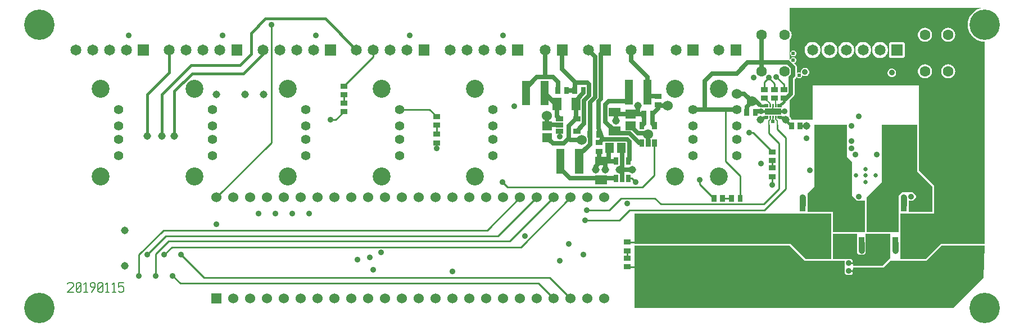
<source format=gbr>
G04 start of page 2 for group 0 idx 0 *
G04 Title: uart, top *
G04 Creator: pcb 20140316 *
G04 CreationDate: Wed 16 Jan 2019 07:50:34 AM GMT UTC *
G04 For: brian *
G04 Format: Gerber/RS-274X *
G04 PCB-Dimensions (mil): 9000.00 5000.00 *
G04 PCB-Coordinate-Origin: lower left *
%MOIN*%
%FSLAX25Y25*%
%LNTOP*%
%ADD52C,0.0380*%
%ADD51C,0.0906*%
%ADD50C,0.0354*%
%ADD49C,0.0118*%
%ADD48C,0.1285*%
%ADD47C,0.0433*%
%ADD46C,0.0400*%
%ADD45C,0.0118*%
%ADD44C,0.0200*%
%ADD43C,0.0240*%
%ADD42C,0.0450*%
%ADD41C,0.0360*%
%ADD40R,0.0098X0.0098*%
%ADD39R,0.0197X0.0197*%
%ADD38R,0.1890X0.1890*%
%ADD37R,0.0551X0.0551*%
%ADD36R,0.0221X0.0221*%
%ADD35R,0.0362X0.0362*%
%ADD34R,0.0528X0.0528*%
%ADD33R,0.0472X0.0472*%
%ADD32R,0.0280X0.0280*%
%ADD31R,0.0295X0.0295*%
%ADD30R,0.0512X0.0512*%
%ADD29R,0.0630X0.0630*%
%ADD28R,0.1594X0.1594*%
%ADD27R,0.0294X0.0294*%
%ADD26R,0.0200X0.0200*%
%ADD25R,0.0358X0.0358*%
%ADD24C,0.0600*%
%ADD23C,0.1063*%
%ADD22C,0.0551*%
%ADD21C,0.0256*%
%ADD20C,0.1800*%
%ADD19C,0.0630*%
%ADD18C,0.0650*%
%ADD17C,0.0057*%
%ADD16C,0.0150*%
%ADD15C,0.0060*%
%ADD14C,0.0250*%
%ADD13C,0.0100*%
%ADD12C,0.0350*%
%ADD11C,0.0001*%
G54D11*G36*
X640500Y320500D02*X661500D01*
Y293000D01*
X670500Y284000D01*
Y269000D01*
X656500D01*
Y275500D01*
X659000D01*
X661000Y277500D01*
Y278500D01*
X659000Y280500D01*
X652500D01*
X650500Y278500D01*
Y257000D01*
X631500D01*
Y277500D01*
X640500Y286500D01*
Y320500D01*
G37*
G36*
X620000D02*Y301500D01*
X623000Y298500D01*
Y278500D01*
X626000Y275500D01*
X630500D01*
Y257000D01*
X611500D01*
Y269000D01*
X596500D01*
Y280000D01*
X600500Y284000D01*
Y320500D01*
X620000D01*
G37*
G36*
X679883Y390000D02*X701108D01*
X699931Y389907D01*
X698400Y389540D01*
X696946Y388938D01*
X695604Y388115D01*
X694407Y387093D01*
X693385Y385896D01*
X692562Y384554D01*
X691960Y383100D01*
X691593Y381569D01*
X691469Y380000D01*
X691593Y378431D01*
X691960Y376900D01*
X692562Y375446D01*
X693385Y374104D01*
X694407Y372907D01*
X695604Y371885D01*
X696946Y371062D01*
X698400Y370460D01*
X699931Y370093D01*
X701500Y369969D01*
Y267000D01*
X679883D01*
Y348185D01*
X679890Y348184D01*
X680541Y348235D01*
X681176Y348388D01*
X681779Y348638D01*
X682336Y348979D01*
X682833Y349403D01*
X683257Y349900D01*
X683598Y350457D01*
X683848Y351060D01*
X684001Y351695D01*
X684039Y352346D01*
X684001Y352998D01*
X683848Y353633D01*
X683598Y354236D01*
X683257Y354793D01*
X682833Y355290D01*
X682336Y355714D01*
X681779Y356055D01*
X681176Y356305D01*
X680541Y356458D01*
X679890Y356509D01*
X679883Y356508D01*
Y369838D01*
X679890Y369838D01*
X680541Y369889D01*
X681176Y370041D01*
X681779Y370291D01*
X682336Y370633D01*
X682833Y371057D01*
X683257Y371553D01*
X683598Y372110D01*
X683848Y372714D01*
X684001Y373349D01*
X684039Y374000D01*
X684001Y374651D01*
X683848Y375286D01*
X683598Y375890D01*
X683257Y376447D01*
X682833Y376943D01*
X682336Y377367D01*
X681779Y377709D01*
X681176Y377959D01*
X680541Y378111D01*
X679890Y378162D01*
X679883Y378162D01*
Y390000D01*
G37*
G36*
X671500Y267000D02*Y284500D01*
X666104Y289896D01*
Y348185D01*
X666110Y348184D01*
X666761Y348235D01*
X667396Y348388D01*
X668000Y348638D01*
X668557Y348979D01*
X669054Y349403D01*
X669478Y349900D01*
X669819Y350457D01*
X670069Y351060D01*
X670221Y351695D01*
X670260Y352346D01*
X670221Y352998D01*
X670069Y353633D01*
X669819Y354236D01*
X669478Y354793D01*
X669054Y355290D01*
X668557Y355714D01*
X668000Y356055D01*
X667396Y356305D01*
X666761Y356458D01*
X666110Y356509D01*
X666104Y356508D01*
Y369838D01*
X666110Y369838D01*
X666761Y369889D01*
X667396Y370041D01*
X668000Y370291D01*
X668557Y370633D01*
X669054Y371057D01*
X669478Y371553D01*
X669819Y372110D01*
X670069Y372714D01*
X670221Y373349D01*
X670260Y374000D01*
X670221Y374651D01*
X670069Y375286D01*
X669819Y375890D01*
X669478Y376447D01*
X669054Y376943D01*
X668557Y377367D01*
X668000Y377709D01*
X667396Y377959D01*
X666761Y378111D01*
X666110Y378162D01*
X666104Y378162D01*
Y390000D01*
X679883D01*
Y378162D01*
X679239Y378111D01*
X678604Y377959D01*
X678000Y377709D01*
X677443Y377367D01*
X676946Y376943D01*
X676522Y376447D01*
X676181Y375890D01*
X675931Y375286D01*
X675779Y374651D01*
X675727Y374000D01*
X675779Y373349D01*
X675931Y372714D01*
X676181Y372110D01*
X676522Y371553D01*
X676946Y371057D01*
X677443Y370633D01*
X678000Y370291D01*
X678604Y370041D01*
X679239Y369889D01*
X679883Y369838D01*
Y356508D01*
X679239Y356458D01*
X678604Y356305D01*
X678000Y356055D01*
X677443Y355714D01*
X676946Y355290D01*
X676522Y354793D01*
X676181Y354236D01*
X675931Y353633D01*
X675779Y352998D01*
X675727Y352346D01*
X675779Y351695D01*
X675931Y351060D01*
X676181Y350457D01*
X676522Y349900D01*
X676946Y349403D01*
X677443Y348979D01*
X678000Y348638D01*
X678604Y348388D01*
X679239Y348235D01*
X679883Y348185D01*
Y267000D01*
X671500D01*
G37*
G36*
X666104Y289896D02*X662500Y293500D01*
Y344000D01*
X646496D01*
Y348993D01*
X646500Y348992D01*
X646892Y349023D01*
X647275Y349115D01*
X647638Y349266D01*
X647974Y349471D01*
X648273Y349727D01*
X648529Y350026D01*
X648734Y350362D01*
X648885Y350725D01*
X648977Y351108D01*
X649000Y351500D01*
X648977Y351892D01*
X648885Y352275D01*
X648734Y352638D01*
X648529Y352974D01*
X648273Y353273D01*
X647974Y353529D01*
X647638Y353734D01*
X647275Y353885D01*
X646892Y353977D01*
X646500Y354008D01*
X646496Y354007D01*
Y360251D01*
X652985Y360264D01*
X653215Y360319D01*
X653433Y360409D01*
X653634Y360533D01*
X653814Y360686D01*
X653967Y360866D01*
X654091Y361067D01*
X654181Y361285D01*
X654236Y361515D01*
X654250Y361750D01*
X654236Y368485D01*
X654181Y368715D01*
X654091Y368933D01*
X653967Y369134D01*
X653814Y369314D01*
X653634Y369467D01*
X653433Y369591D01*
X653215Y369681D01*
X652985Y369736D01*
X652750Y369750D01*
X646496Y369737D01*
Y390000D01*
X666104D01*
Y378162D01*
X665459Y378111D01*
X664824Y377959D01*
X664221Y377709D01*
X663664Y377367D01*
X663167Y376943D01*
X662743Y376447D01*
X662402Y375890D01*
X662152Y375286D01*
X661999Y374651D01*
X661948Y374000D01*
X661999Y373349D01*
X662152Y372714D01*
X662402Y372110D01*
X662743Y371553D01*
X663167Y371057D01*
X663664Y370633D01*
X664221Y370291D01*
X664824Y370041D01*
X665459Y369889D01*
X666104Y369838D01*
Y356508D01*
X665459Y356458D01*
X664824Y356305D01*
X664221Y356055D01*
X663664Y355714D01*
X663167Y355290D01*
X662743Y354793D01*
X662402Y354236D01*
X662152Y353633D01*
X661999Y352998D01*
X661948Y352346D01*
X661999Y351695D01*
X662152Y351060D01*
X662402Y350457D01*
X662743Y349900D01*
X663167Y349403D01*
X663664Y348979D01*
X664221Y348638D01*
X664824Y348388D01*
X665459Y348235D01*
X666104Y348185D01*
Y289896D01*
G37*
G36*
X646496Y344000D02*X639493D01*
Y360236D01*
X639500Y360235D01*
X640245Y360294D01*
X640972Y360469D01*
X641663Y360755D01*
X642301Y361145D01*
X642869Y361631D01*
X643355Y362199D01*
X643745Y362837D01*
X644031Y363528D01*
X644206Y364255D01*
X644250Y365000D01*
X644206Y365745D01*
X644031Y366472D01*
X643745Y367163D01*
X643355Y367801D01*
X642869Y368369D01*
X642301Y368855D01*
X641663Y369245D01*
X640972Y369531D01*
X640245Y369706D01*
X639500Y369765D01*
X639493Y369764D01*
Y390000D01*
X646496D01*
Y369737D01*
X646015Y369736D01*
X645785Y369681D01*
X645567Y369591D01*
X645366Y369467D01*
X645186Y369314D01*
X645033Y369134D01*
X644909Y368933D01*
X644819Y368715D01*
X644764Y368485D01*
X644750Y368250D01*
X644764Y361515D01*
X644819Y361285D01*
X644909Y361067D01*
X645033Y360866D01*
X645186Y360686D01*
X645366Y360533D01*
X645567Y360409D01*
X645785Y360319D01*
X646015Y360264D01*
X646250Y360250D01*
X646496Y360251D01*
Y354007D01*
X646108Y353977D01*
X645725Y353885D01*
X645362Y353734D01*
X645026Y353529D01*
X644727Y353273D01*
X644471Y352974D01*
X644266Y352638D01*
X644115Y352275D01*
X644023Y351892D01*
X643992Y351500D01*
X644023Y351108D01*
X644115Y350725D01*
X644266Y350362D01*
X644471Y350026D01*
X644727Y349727D01*
X645026Y349471D01*
X645362Y349266D01*
X645725Y349115D01*
X646108Y349023D01*
X646496Y348993D01*
Y344000D01*
G37*
G36*
X639493D02*X629493D01*
Y360236D01*
X629500Y360235D01*
X630245Y360294D01*
X630972Y360469D01*
X631663Y360755D01*
X632301Y361145D01*
X632869Y361631D01*
X633355Y362199D01*
X633745Y362837D01*
X634031Y363528D01*
X634206Y364255D01*
X634250Y365000D01*
X634206Y365745D01*
X634031Y366472D01*
X633745Y367163D01*
X633355Y367801D01*
X632869Y368369D01*
X632301Y368855D01*
X631663Y369245D01*
X630972Y369531D01*
X630245Y369706D01*
X629500Y369765D01*
X629493Y369764D01*
Y390000D01*
X639493D01*
Y369764D01*
X638755Y369706D01*
X638028Y369531D01*
X637337Y369245D01*
X636699Y368855D01*
X636131Y368369D01*
X635645Y367801D01*
X635255Y367163D01*
X634969Y366472D01*
X634794Y365745D01*
X634735Y365000D01*
X634794Y364255D01*
X634969Y363528D01*
X635255Y362837D01*
X635645Y362199D01*
X636131Y361631D01*
X636699Y361145D01*
X637337Y360755D01*
X638028Y360469D01*
X638755Y360294D01*
X639493Y360236D01*
Y344000D01*
G37*
G36*
X629493D02*X619493D01*
Y360236D01*
X619500Y360235D01*
X620245Y360294D01*
X620972Y360469D01*
X621663Y360755D01*
X622301Y361145D01*
X622869Y361631D01*
X623355Y362199D01*
X623745Y362837D01*
X624031Y363528D01*
X624206Y364255D01*
X624250Y365000D01*
X624206Y365745D01*
X624031Y366472D01*
X623745Y367163D01*
X623355Y367801D01*
X622869Y368369D01*
X622301Y368855D01*
X621663Y369245D01*
X620972Y369531D01*
X620245Y369706D01*
X619500Y369765D01*
X619493Y369764D01*
Y390000D01*
X629493D01*
Y369764D01*
X628755Y369706D01*
X628028Y369531D01*
X627337Y369245D01*
X626699Y368855D01*
X626131Y368369D01*
X625645Y367801D01*
X625255Y367163D01*
X624969Y366472D01*
X624794Y365745D01*
X624735Y365000D01*
X624794Y364255D01*
X624969Y363528D01*
X625255Y362837D01*
X625645Y362199D01*
X626131Y361631D01*
X626699Y361145D01*
X627337Y360755D01*
X628028Y360469D01*
X628755Y360294D01*
X629493Y360236D01*
Y344000D01*
G37*
G36*
X619493D02*X609493D01*
Y360236D01*
X609500Y360235D01*
X610245Y360294D01*
X610972Y360469D01*
X611663Y360755D01*
X612301Y361145D01*
X612869Y361631D01*
X613355Y362199D01*
X613745Y362837D01*
X614031Y363528D01*
X614206Y364255D01*
X614250Y365000D01*
X614206Y365745D01*
X614031Y366472D01*
X613745Y367163D01*
X613355Y367801D01*
X612869Y368369D01*
X612301Y368855D01*
X611663Y369245D01*
X610972Y369531D01*
X610245Y369706D01*
X609500Y369765D01*
X609493Y369764D01*
Y390000D01*
X619493D01*
Y369764D01*
X618755Y369706D01*
X618028Y369531D01*
X617337Y369245D01*
X616699Y368855D01*
X616131Y368369D01*
X615645Y367801D01*
X615255Y367163D01*
X614969Y366472D01*
X614794Y365745D01*
X614735Y365000D01*
X614794Y364255D01*
X614969Y363528D01*
X615255Y362837D01*
X615645Y362199D01*
X616131Y361631D01*
X616699Y361145D01*
X617337Y360755D01*
X618028Y360469D01*
X618755Y360294D01*
X619493Y360236D01*
Y344000D01*
G37*
G36*
X609493D02*X599500D01*
Y323500D01*
X599493D01*
Y360236D01*
X599500Y360235D01*
X600245Y360294D01*
X600972Y360469D01*
X601663Y360755D01*
X602301Y361145D01*
X602869Y361631D01*
X603355Y362199D01*
X603745Y362837D01*
X604031Y363528D01*
X604206Y364255D01*
X604250Y365000D01*
X604206Y365745D01*
X604031Y366472D01*
X603745Y367163D01*
X603355Y367801D01*
X602869Y368369D01*
X602301Y368855D01*
X601663Y369245D01*
X600972Y369531D01*
X600245Y369706D01*
X599500Y369765D01*
X599493Y369764D01*
Y390000D01*
X609493D01*
Y369764D01*
X608755Y369706D01*
X608028Y369531D01*
X607337Y369245D01*
X606699Y368855D01*
X606131Y368369D01*
X605645Y367801D01*
X605255Y367163D01*
X604969Y366472D01*
X604794Y365745D01*
X604735Y365000D01*
X604794Y364255D01*
X604969Y363528D01*
X605255Y362837D01*
X605645Y362199D01*
X606131Y361631D01*
X606699Y361145D01*
X607337Y360755D01*
X608028Y360469D01*
X608755Y360294D01*
X609493Y360236D01*
Y344000D01*
G37*
G36*
X599493Y323500D02*X587997D01*
Y337315D01*
X588029Y337347D01*
X588096Y337404D01*
X588326Y337673D01*
X588326Y337673D01*
X588511Y337975D01*
X588646Y338303D01*
X588729Y338647D01*
X588757Y339000D01*
X588750Y339088D01*
Y347568D01*
X589529Y348347D01*
X589596Y348404D01*
X589826Y348673D01*
X589826Y348673D01*
X590011Y348975D01*
X590013Y348980D01*
X590038Y348938D01*
X590223Y348723D01*
X590438Y348538D01*
X590680Y348390D01*
X590942Y348282D01*
X591217Y348216D01*
X591500Y348193D01*
X591783Y348216D01*
X592058Y348282D01*
X592320Y348390D01*
X592562Y348538D01*
X592777Y348723D01*
X592962Y348938D01*
X593110Y349180D01*
X593218Y349442D01*
X593284Y349717D01*
X593301Y350000D01*
X593291Y350172D01*
X593526Y349971D01*
X593862Y349766D01*
X594225Y349615D01*
X594608Y349523D01*
X595000Y349492D01*
X595392Y349523D01*
X595775Y349615D01*
X596138Y349766D01*
X596474Y349971D01*
X596773Y350227D01*
X597029Y350526D01*
X597234Y350862D01*
X597385Y351225D01*
X597477Y351608D01*
X597500Y352000D01*
X597477Y352392D01*
X597385Y352775D01*
X597234Y353138D01*
X597029Y353474D01*
X596773Y353773D01*
X596474Y354029D01*
X596138Y354234D01*
X595775Y354385D01*
X595392Y354477D01*
X595000Y354508D01*
X594608Y354477D01*
X594225Y354385D01*
X593862Y354234D01*
X593526Y354029D01*
X593227Y353773D01*
X592971Y353474D01*
X592766Y353138D01*
X592615Y352775D01*
X592523Y352392D01*
X592492Y352000D01*
X592523Y351608D01*
X592558Y351464D01*
X592320Y351610D01*
X592058Y351718D01*
X591783Y351784D01*
X591500Y351807D01*
X591217Y351784D01*
X590942Y351718D01*
X590680Y351610D01*
X590438Y351462D01*
X590250Y351301D01*
Y354412D01*
X590257Y354500D01*
X590229Y354853D01*
X590146Y355197D01*
X590107Y355293D01*
X590011Y355525D01*
X589896Y355712D01*
X589826Y355827D01*
X589826Y355827D01*
X589596Y356096D01*
X589529Y356153D01*
X588431Y357251D01*
X588558Y357282D01*
X588820Y357390D01*
X589062Y357538D01*
X589277Y357723D01*
X589462Y357938D01*
X589610Y358180D01*
X589718Y358442D01*
X589784Y358717D01*
X589801Y359000D01*
X589784Y359283D01*
X589718Y359558D01*
X589610Y359820D01*
X589462Y360062D01*
X589277Y360277D01*
X589062Y360462D01*
X588820Y360610D01*
X588558Y360718D01*
X588283Y360784D01*
X588000Y360807D01*
X587997Y360806D01*
Y361194D01*
X588000Y361193D01*
X588283Y361216D01*
X588558Y361282D01*
X588820Y361390D01*
X589062Y361538D01*
X589277Y361723D01*
X589462Y361938D01*
X589610Y362180D01*
X589718Y362442D01*
X589784Y362717D01*
X589801Y363000D01*
X589784Y363283D01*
X589718Y363558D01*
X589610Y363820D01*
X589462Y364062D01*
X589277Y364277D01*
X589062Y364462D01*
X588820Y364610D01*
X588558Y364718D01*
X588283Y364784D01*
X588000Y364807D01*
X587997Y364806D01*
Y390000D01*
X599493D01*
Y369764D01*
X598755Y369706D01*
X598028Y369531D01*
X597337Y369245D01*
X596699Y368855D01*
X596131Y368369D01*
X595645Y367801D01*
X595255Y367163D01*
X594969Y366472D01*
X594794Y365745D01*
X594735Y365000D01*
X594794Y364255D01*
X594969Y363528D01*
X595255Y362837D01*
X595645Y362199D01*
X596131Y361631D01*
X596699Y361145D01*
X597337Y360755D01*
X598028Y360469D01*
X598755Y360294D01*
X599493Y360236D01*
Y323500D01*
G37*
G36*
X587997Y360806D02*X587717Y360784D01*
X587442Y360718D01*
X587180Y360610D01*
X586938Y360462D01*
X586723Y360277D01*
X586538Y360062D01*
X586390Y359820D01*
X586282Y359558D01*
X586239Y359380D01*
X586025Y359511D01*
X586000Y359521D01*
Y371252D01*
X586257Y371553D01*
X586598Y372110D01*
X586848Y372714D01*
X587001Y373349D01*
X587039Y374000D01*
X587001Y374651D01*
X586848Y375286D01*
X586598Y375890D01*
X586257Y376447D01*
X586000Y376748D01*
Y390000D01*
X587997D01*
Y364806D01*
X587717Y364784D01*
X587442Y364718D01*
X587180Y364610D01*
X586938Y364462D01*
X586723Y364277D01*
X586538Y364062D01*
X586390Y363820D01*
X586282Y363558D01*
X586216Y363283D01*
X586193Y363000D01*
X586216Y362717D01*
X586282Y362442D01*
X586390Y362180D01*
X586538Y361938D01*
X586723Y361723D01*
X586938Y361538D01*
X587180Y361390D01*
X587442Y361282D01*
X587717Y361216D01*
X587997Y361194D01*
Y360806D01*
G37*
G36*
Y323500D02*X586750D01*
X586720Y324010D01*
X586600Y324507D01*
X586405Y324980D01*
X586137Y325416D01*
X586000Y325577D01*
Y335318D01*
X587997Y337315D01*
Y323500D01*
G37*
G36*
X651500Y268000D02*X701500D01*
Y250000D01*
X675500D01*
X666500Y241000D01*
X651500D01*
Y268000D01*
G37*
G36*
X610500D02*Y241000D01*
X595500D01*
X586500Y250000D01*
X494000D01*
Y268000D01*
X610500D01*
G37*
G36*
X701500Y249000D02*X701000Y230000D01*
X683000Y212000D01*
X494000D01*
Y249000D01*
X586000D01*
X595000Y240000D01*
X618500D01*
Y232500D01*
X619500Y231500D01*
X622500D01*
X623500Y232500D01*
Y236000D01*
X641500D01*
X645500Y240000D01*
X667000D01*
X676000Y249000D01*
X701500D01*
G37*
G36*
X611500Y256000D02*X626000D01*
Y244500D01*
X627000Y243500D01*
X630000D01*
X631000Y244500D01*
Y256000D01*
X645500D01*
Y241500D01*
X641000Y237000D01*
X623500D01*
Y240000D01*
X622500Y241000D01*
X611500D01*
Y256000D01*
G37*
G54D12*X593500Y277500D02*Y272854D01*
G54D13*X621000Y234000D02*X629366D01*
X631000Y232366D01*
X621000Y238500D02*X628866D01*
X631000Y240634D01*
G54D12*X628500Y250646D02*Y246000D01*
X653500Y277500D02*Y272854D01*
X648500Y250646D02*Y246000D01*
G54D13*X663957Y245500D02*X662500Y244043D01*
X406500Y258000D02*X214500D01*
X217500Y251500D02*X420000D01*
X413000Y254500D02*X216000D01*
X426500Y248000D02*X219500D01*
X214500Y258000D02*X200000Y243500D01*
X210000Y244000D02*X217500Y251500D01*
X205000Y243500D02*X216000Y254500D01*
X219500Y248000D02*X215000Y243500D01*
X200000D02*Y231000D01*
X210000D02*Y244000D01*
X443500Y230000D02*X238500D01*
X437000Y226500D02*X224500D01*
X220000Y231000D01*
X238500Y230000D02*X225000Y243500D01*
X436000Y277500D02*X413000Y254500D01*
X571000Y270000D02*X491000D01*
X506000Y277000D02*X509500Y273500D01*
X570500D01*
X546059Y277000D02*X551441D01*
X491000Y270000D02*X485000Y264000D01*
X464500D01*
X486000Y277000D02*X479000Y270000D01*
X465500D01*
X486000Y277000D02*X506000D01*
X489500Y236441D02*X506441D01*
X507500Y237500D01*
X489500Y251059D02*X496059D01*
X489500Y241559D02*Y245941D01*
X496059Y251059D02*X498000Y253000D01*
Y257000D01*
G54D14*X450000Y294500D02*X455500Y289000D01*
X450000Y299000D02*Y294500D01*
X461012Y302512D02*Y299000D01*
X456000Y311500D02*X455000Y312500D01*
X456000Y311500D02*X462500D01*
X445457Y309500D02*X452000D01*
X455000Y312500D02*X452000Y309500D01*
X461012Y302512D02*X467500Y309000D01*
G54D13*X449400Y313600D02*X449500Y313500D01*
X449400Y316800D02*Y313600D01*
G54D14*X455000Y320000D02*Y312500D01*
G54D13*X446000Y217500D02*X437000Y226500D01*
X456000Y217500D02*X443500Y230000D01*
X456000Y277500D02*X426500Y248000D01*
X446000Y277500D02*X420000Y251500D01*
X426000Y277500D02*X406500Y258000D01*
X418500Y283500D02*X415500Y286500D01*
G54D14*X455500Y289000D02*X482500D01*
X476500Y299100D02*Y294000D01*
X471000Y296100D02*Y294000D01*
Y296100D02*X474000Y299100D01*
X473000Y304941D02*Y299100D01*
G54D13*X498500Y283500D02*X418500D01*
G54D14*X490200Y299100D02*X491000Y299900D01*
X485000Y294000D02*X492500D01*
X486500Y306543D02*X486043Y307000D01*
X486500Y306543D02*Y288900D01*
X478500Y306543D02*Y299000D01*
X478957Y307000D02*X478500Y306543D01*
X474030Y299100D02*X482800D01*
G54D13*X490200Y288900D02*X492100D01*
X494500Y286500D01*
X505700Y290700D02*X498500Y283500D01*
X505700Y309900D02*Y290700D01*
G54D14*X491000Y310500D02*Y299900D01*
X474941Y312000D02*X489500D01*
X474941D02*X473000Y310059D01*
X491000Y310500D02*X489500Y312000D01*
X495957Y315500D02*X491500Y319957D01*
X483370Y315500D02*X491000D01*
X496500Y310000D01*
X483087Y327043D02*X499398D01*
X478500Y334500D02*X491000D01*
X496000Y332000D02*Y327086D01*
X496043Y327043D01*
X476500Y322370D02*Y332500D01*
X478500Y334500D01*
X474000Y336000D02*Y362500D01*
X476500Y365000D01*
X470500Y337000D02*Y361000D01*
X466500Y365000D01*
X482000Y328130D02*X483087Y327043D01*
X483370Y315500D02*X476500Y322370D01*
X483000Y323000D02*Y327000D01*
X483065Y327065D01*
X492000Y365000D02*Y358500D01*
X501512Y348988D01*
Y340000D01*
X502000Y313500D02*X500000Y315500D01*
X495957D01*
X496500Y310000D02*X498000D01*
X499441Y327000D02*Y321241D01*
X504559Y327000D02*Y321241D01*
X505700Y320100D01*
X499441Y321241D02*X498300Y320100D01*
X504559Y327000D02*X508000Y330441D01*
Y332000D01*
Y337559D02*X507941Y337500D01*
X502000D01*
X508000Y332000D02*X513500D01*
X502000Y315500D02*Y309900D01*
G54D15*X576000Y325154D02*Y322500D01*
X574425Y325154D02*Y323925D01*
G54D16*X572063Y325154D02*X570154D01*
X568500Y323500D01*
G54D15*X574425Y323925D02*X573500Y323000D01*
Y320500D01*
G54D13*X562000Y316000D02*X564059D01*
G54D15*X577575Y325154D02*Y323925D01*
G54D16*X579937Y325154D02*X581846D01*
X583000Y328500D02*X569000D01*
G54D15*X577575Y323925D02*X578500Y323000D01*
Y320500D01*
G54D16*X596000Y320000D02*X592059D01*
X586941D02*Y320059D01*
X581846Y325154D02*X586941Y320059D01*
G54D13*X578500Y320500D02*Y318000D01*
X573500Y320500D02*Y315500D01*
X578500Y318000D02*X583500Y313000D01*
G54D16*X579937Y331846D02*X582500Y334409D01*
Y336000D01*
G54D14*X583500D01*
X586500Y339000D01*
Y348500D01*
G54D13*X582500Y341559D02*Y344500D01*
G54D14*X586500Y348500D02*X588000Y350000D01*
Y354500D01*
X585000Y357500D01*
X561000D01*
X569110Y352346D02*Y374000D01*
G54D13*X571000Y346000D02*X573500Y348500D01*
G54D14*X554500Y351000D02*X561000Y357500D01*
X554500Y351000D02*X540000D01*
X535500Y346500D01*
G54D13*X575500Y295059D02*Y299441D01*
X556559Y290441D02*X548000Y299000D01*
X575500Y285000D02*Y289941D01*
X583500Y282500D02*X571000Y270000D01*
X579500Y282500D02*X570500Y273500D01*
X540941Y277000D02*X532500Y285441D01*
Y288000D01*
X556559Y277000D02*Y290441D01*
X564059Y316000D02*X575500Y304559D01*
X548000Y299000D02*Y329780D01*
X573500Y315500D02*X579500Y309500D01*
Y282500D01*
X583500Y313000D02*Y282500D01*
G54D14*X528500Y329780D02*X554500D01*
X569000Y328500D02*X566059D01*
X565559Y328000D01*
G54D16*X568654Y331846D02*X568000Y332500D01*
X572063Y331846D02*X568654D01*
G54D14*X560441Y328000D02*Y331441D01*
X563500Y334500D01*
X568000Y332500D02*X566000Y334500D01*
X563500D01*
X559000Y339000D02*X563500Y334500D01*
X535500Y346500D02*Y329780D01*
X554500Y339000D02*X559000D01*
G54D15*X577575Y331846D02*Y335866D01*
X577000Y336441D01*
G54D13*Y341559D02*Y345000D01*
G54D15*X576000Y331846D02*Y328500D01*
G54D13*X577000Y345000D02*X573500Y348500D01*
X582500Y344500D02*X578000Y349000D01*
G54D15*X574425Y331846D02*Y333016D01*
X571000Y336441D01*
G54D13*Y341559D02*Y346000D01*
G54D14*X459200Y324200D02*X455000Y320000D01*
X459600Y316800D02*X464000Y321200D01*
X474500Y312000D02*Y313059D01*
X472559Y318500D01*
G54D13*X376500Y320441D02*Y315059D01*
X372280Y329780D02*X376500Y325559D01*
Y309941D02*Y306500D01*
X354500Y329780D02*X372280D01*
X321500Y328441D02*X316559Y323500D01*
X313500D01*
G54D14*X442000Y326000D02*Y320043D01*
X445457Y309500D02*X442000Y312957D01*
Y320043D02*X442457Y320500D01*
X449500D01*
X449400Y324200D02*X447870Y325730D01*
Y333000D01*
X447012D01*
X440512Y339500D01*
X429488D02*Y342488D01*
X436000Y349000D01*
X445500D01*
X448500Y346000D01*
Y341000D01*
X453559D02*X458441D01*
X466000Y345500D02*X459500D01*
X458500Y344500D01*
Y341500D01*
X467000Y344500D02*X466000Y345500D01*
X467000Y338000D02*Y344500D01*
X463559Y341000D02*Y339559D01*
X459130Y335130D01*
X451000Y365000D02*Y353500D01*
X459000Y345500D01*
X441000Y365000D02*Y349000D01*
X464000Y321200D02*Y335000D01*
X467000Y338000D01*
X467500Y309000D02*Y334000D01*
X470500Y337000D01*
X472559Y334559D02*X474000Y336000D01*
X472559Y318500D02*Y334559D01*
X459130Y324130D02*Y335130D01*
G54D13*X339000Y365000D02*Y361059D01*
X321500Y343559D01*
Y333559D02*Y338441D01*
G54D16*X275000Y383500D02*X310500D01*
X329000Y365000D02*X310500Y383500D01*
X218000Y365000D02*Y351500D01*
X205000Y338500D01*
X260000Y356000D02*X231000D01*
X213500Y338500D01*
X231500Y351000D02*X221000Y340500D01*
X231500Y351000D02*X262000D01*
X221000Y340500D02*Y314000D01*
X213500Y338500D02*Y314000D01*
X205000Y338500D02*Y314000D01*
X260000Y356000D02*X266500Y362500D01*
X262000Y351000D02*X273500Y362500D01*
Y365000D01*
X266500Y362500D02*Y375000D01*
X275000Y383500D01*
G54D13*X278500Y310000D02*Y380000D01*
X246000Y277500D02*X278500Y310000D01*
G54D17*X157500Y226370D02*X158210Y227080D01*
X160340D01*
X161050Y226370D01*
Y224950D01*
X157500Y221400D02*X161050Y224950D01*
X157500Y221400D02*X161050D01*
X162754Y222110D02*X163464Y221400D01*
X162754Y226370D02*Y222110D01*
Y226370D02*X163464Y227080D01*
X164884D01*
X165594Y226370D01*
Y222110D01*
X164884Y221400D02*X165594Y222110D01*
X163464Y221400D02*X164884D01*
X162754Y222820D02*X165594Y225660D01*
X167298Y225944D02*X168434Y227080D01*
Y221400D01*
X167298D02*X169428D01*
X171842D02*X173972Y224240D01*
Y226370D02*Y224240D01*
X173262Y227080D02*X173972Y226370D01*
X171842Y227080D02*X173262D01*
X171132Y226370D02*X171842Y227080D01*
X171132Y226370D02*Y224950D01*
X171842Y224240D01*
X173972D01*
X175676Y222110D02*X176386Y221400D01*
X175676Y226370D02*Y222110D01*
Y226370D02*X176386Y227080D01*
X177806D01*
X178516Y226370D01*
Y222110D01*
X177806Y221400D02*X178516Y222110D01*
X176386Y221400D02*X177806D01*
X175676Y222820D02*X178516Y225660D01*
X180220Y225944D02*X181356Y227080D01*
Y221400D01*
X180220D02*X182350D01*
X184054Y225944D02*X185190Y227080D01*
Y221400D01*
X184054D02*X186184D01*
X187888Y227080D02*X190728D01*
X187888D02*Y224240D01*
X188598Y224950D01*
X190018D01*
X190728Y224240D01*
Y222110D01*
X190018Y221400D02*X190728Y222110D01*
X188598Y221400D02*X190018D01*
X187888Y222110D02*X188598Y221400D01*
G54D11*G36*
X646250Y368250D02*Y361750D01*
X652750D01*
Y368250D01*
X646250D01*
G37*
G54D18*X639500Y365000D03*
G54D19*X666110Y374000D03*
X679890D03*
X666110Y352346D03*
X679890D03*
G54D18*X629500Y365000D03*
X619500D03*
G54D20*X701500Y380000D03*
G54D21*X631000Y290500D03*
Y286760D03*
Y294240D03*
X636709Y290500D03*
X625291D03*
G54D20*X701500Y212000D03*
G54D18*X609500Y365000D03*
G54D11*G36*
X525250Y368250D02*Y361750D01*
X531750D01*
Y368250D01*
X525250D01*
G37*
G54D18*X518500Y365000D03*
G54D11*G36*
X550750Y368250D02*Y361750D01*
X557250D01*
Y368250D01*
X550750D01*
G37*
G54D18*X544000Y365000D03*
X599500D03*
G54D19*X569110Y374000D03*
X582890D03*
Y352346D03*
X569110D03*
G54D22*X554500Y329780D03*
Y312063D03*
X528500D03*
X554500Y302220D03*
G54D23*X543831Y290134D03*
G54D22*X528500Y302220D03*
G54D23*X517831Y290134D03*
G54D22*X554500Y319937D03*
G54D23*X543831Y341866D03*
G54D22*X528500Y329780D03*
Y319937D03*
G54D23*X517831Y341866D03*
G54D11*G36*
X243000Y220500D02*Y214500D01*
X249000D01*
Y220500D01*
X243000D01*
G37*
G54D24*X256000Y217500D03*
X266000D03*
X276000D03*
X286000D03*
X296000D03*
X306000D03*
X316000D03*
X326000D03*
X336000D03*
X346000D03*
X356000D03*
X366000D03*
X376000D03*
X386000D03*
X396000D03*
X406000D03*
X416000D03*
X406000Y277500D03*
X396000D03*
X386000D03*
X376000D03*
X366000D03*
X356000D03*
X346000D03*
X336000D03*
X326000D03*
X316000D03*
X306000D03*
X296000D03*
X286000D03*
X276000D03*
X266000D03*
X256000D03*
X246000D03*
X426000Y217500D03*
X436000D03*
X446000D03*
X456000D03*
X466000D03*
X476000D03*
Y277500D03*
X466000D03*
X456000D03*
X446000D03*
X436000D03*
X426000D03*
X416000D03*
G54D22*X410000Y329780D03*
G54D23*X399331Y341866D03*
G54D22*X410000Y319937D03*
Y312063D03*
Y302220D03*
G54D23*X399331Y290134D03*
G54D11*G36*
X447750Y368250D02*Y361750D01*
X454250D01*
Y368250D01*
X447750D01*
G37*
G54D18*X441000Y365000D03*
G54D11*G36*
X421250Y368250D02*Y361750D01*
X427750D01*
Y368250D01*
X421250D01*
G37*
G54D18*X414500Y365000D03*
G54D11*G36*
X473250Y368250D02*Y361750D01*
X479750D01*
Y368250D01*
X473250D01*
G37*
G54D18*X466500Y365000D03*
G54D11*G36*
X498750Y368250D02*Y361750D01*
X505250D01*
Y368250D01*
X498750D01*
G37*
G54D18*X492000Y365000D03*
X404500D03*
X394500D03*
X384500D03*
G54D11*G36*
X365750Y368250D02*Y361750D01*
X372250D01*
Y368250D01*
X365750D01*
G37*
G54D18*X359000Y365000D03*
X349000D03*
X339000D03*
X329000D03*
G54D22*X354500Y329780D03*
G54D23*X343831Y341866D03*
G54D11*G36*
X310250Y368250D02*Y361750D01*
X316750D01*
Y368250D01*
X310250D01*
G37*
G54D18*X303500Y365000D03*
X293500D03*
X283500D03*
X273500D03*
G54D11*G36*
X254750Y368250D02*Y361750D01*
X261250D01*
Y368250D01*
X254750D01*
G37*
G54D18*X248000Y365000D03*
X238000D03*
X228000D03*
X218000D03*
G54D11*G36*
X199250Y368250D02*Y361750D01*
X205750D01*
Y368250D01*
X199250D01*
G37*
G54D18*X192500Y365000D03*
X182500D03*
X172500D03*
X162500D03*
G54D20*X141000Y380000D03*
G54D22*X354500Y319937D03*
X299000D03*
Y312063D03*
Y302220D03*
G54D23*X288331Y290134D03*
G54D22*X354500Y312063D03*
Y302220D03*
G54D23*X343831Y290134D03*
G54D22*X299000Y329780D03*
G54D23*X288331Y341866D03*
G54D22*X243500Y329780D03*
Y319937D03*
Y312063D03*
Y302220D03*
X188000D03*
G54D23*X232831Y341866D03*
G54D22*X188000Y329780D03*
Y319937D03*
Y312063D03*
G54D23*X177331Y341866D03*
X232831Y290134D03*
X177331D03*
G54D20*X141000Y212000D03*
G54D25*X593500Y264476D02*Y249791D01*
G54D26*Y251051D02*Y250035D01*
G54D25*X598500Y264476D02*Y249791D01*
G54D26*Y251051D02*Y250035D01*
G54D27*X594823Y256803D02*Y254646D01*
Y263276D02*Y261118D01*
G54D25*X603500Y264476D02*Y249791D01*
G54D26*Y251051D02*Y250035D01*
G54D25*X608500Y264476D02*Y249791D01*
G54D26*Y251051D02*Y250035D01*
G54D28*X599681Y258295D02*X602319D01*
G54D27*X598941Y256803D02*Y254646D01*
Y263276D02*Y261118D01*
X603059Y256803D02*Y254646D01*
G54D25*X628500Y273709D02*Y259024D01*
G54D26*Y273465D02*Y272449D01*
G54D25*X623500Y273709D02*Y259024D01*
G54D26*Y273465D02*Y272449D01*
G54D25*X618500Y273709D02*Y259024D01*
G54D26*Y273465D02*Y272449D01*
G54D25*X613500Y273709D02*Y259024D01*
G54D27*X614823Y268854D02*Y266697D01*
Y262382D02*Y260224D01*
X627177Y268854D02*Y266697D01*
Y262382D02*Y260224D01*
G54D28*X619681Y265205D02*X622319D01*
G54D27*X623059Y268854D02*Y266697D01*
Y262382D02*Y260224D01*
X618941Y268854D02*Y266697D01*
Y262382D02*Y260224D01*
G54D26*X613500Y273465D02*Y272449D01*
G54D25*X608500Y273752D02*Y271146D01*
G54D27*X603059Y263276D02*Y261118D01*
X607177Y256803D02*Y254646D01*
Y263276D02*Y261118D01*
G54D29*X544500Y262492D02*Y256193D01*
X576000Y262492D02*Y256193D01*
Y242807D02*Y236508D01*
G54D30*X607107Y244043D02*X607893D01*
X607107Y236957D02*X607893D01*
X599107Y244043D02*X599893D01*
X599107Y236957D02*X599893D01*
G54D29*X513000Y262492D02*Y256193D01*
Y242807D02*Y236508D01*
X544500Y242807D02*Y236508D01*
G54D31*X489008Y245941D02*X489992D01*
X489008Y251059D02*X489992D01*
X489008Y241559D02*X489992D01*
X489008Y236441D02*X489992D01*
G54D32*X498300Y310700D02*Y309100D01*
X502000Y310700D02*Y309100D01*
X505700Y310700D02*Y309100D01*
G54D33*X429488Y344421D02*Y334579D01*
G54D30*X441607Y312957D02*X442393D01*
X441607Y320043D02*X442393D01*
G54D32*X448600Y316800D02*X450200D01*
X448600Y324200D02*X450200D01*
X448600Y320500D02*X450200D01*
X458800Y316800D02*X460400D01*
X458800Y324200D02*X460400D01*
G54D34*X481094Y316870D02*X482906D01*
G54D31*X467441Y315492D02*Y314508D01*
X472559Y315492D02*Y314508D01*
G54D32*X505700Y320900D02*Y319300D01*
X498300Y320900D02*Y319300D01*
G54D30*X491107Y319957D02*X491893D01*
G54D31*X448441Y341492D02*Y340508D01*
G54D34*X447870Y333906D02*Y332094D01*
G54D33*X449988Y303921D02*Y294079D01*
X440512Y344421D02*Y334579D01*
G54D31*X453559Y341492D02*Y340508D01*
X458441Y341492D02*Y340508D01*
X463559Y341492D02*Y340508D01*
G54D34*X459130Y333906D02*Y332094D01*
G54D33*X461012Y303921D02*Y294079D01*
G54D34*X473094Y287870D02*X474906D01*
X473094Y299130D02*X474906D01*
G54D31*X472508Y310059D02*X473492D01*
G54D34*X481094Y328130D02*X482906D01*
G54D31*X472508Y304941D02*X473492D01*
G54D30*X478957Y307393D02*Y306607D01*
X486043Y307393D02*Y306607D01*
G54D32*X482800Y289700D02*Y288100D01*
X486500Y289700D02*Y288100D01*
X490200Y289700D02*Y288100D01*
Y299900D02*Y298300D01*
X482800Y299900D02*Y298300D01*
G54D33*X490488Y344921D02*Y335079D01*
X501512Y344921D02*Y335079D01*
G54D31*X504559Y327492D02*Y326508D01*
X499441Y327492D02*Y326508D01*
X507508Y337559D02*X508492D01*
X507508Y332441D02*X508492D01*
G54D30*X491107Y327043D02*X491893D01*
G54D35*X572850Y328500D02*X579150D01*
G54D31*X560441Y328492D02*Y327508D01*
X565559Y328492D02*Y327508D01*
X586941Y320492D02*Y319508D01*
X592059Y320492D02*Y319508D01*
X582008Y336441D02*X582992D01*
X582008Y341559D02*X582992D01*
X570508Y336441D02*X571492D01*
X570508Y341559D02*X571492D01*
X576508Y336441D02*X577492D01*
X576508Y341559D02*X577492D01*
X376008Y315059D02*X376992D01*
X376008Y309941D02*X376992D01*
X376008Y320441D02*X376992D01*
X376008Y325559D02*X376992D01*
X321008Y333559D02*X321992D01*
X321008Y338441D02*X321992D01*
X321008Y328441D02*X321992D01*
X321008Y343559D02*X321992D01*
G54D25*X593500Y273752D02*Y271146D01*
G54D36*Y273858D02*Y271850D01*
G54D25*X598500Y273752D02*Y271146D01*
G54D36*Y273858D02*Y271850D01*
G54D25*X603500Y273752D02*Y271146D01*
G54D36*Y273858D02*Y271850D01*
X608500Y273858D02*Y271850D01*
G54D31*X546059Y277492D02*Y276508D01*
X551441Y277492D02*Y276508D01*
X556559Y277492D02*Y276508D01*
X540941Y277492D02*Y276508D01*
G54D37*X625882Y240634D02*X636118D01*
X625882Y232366D02*X636118D01*
G54D25*X628500Y252354D02*Y249748D01*
G54D36*Y251650D02*Y249642D01*
G54D25*X638500Y252354D02*Y249748D01*
G54D36*Y251650D02*Y249642D01*
G54D25*X633500Y252354D02*Y249748D01*
G54D36*Y251650D02*Y249642D01*
G54D25*X623500Y252354D02*Y249748D01*
G54D36*Y251650D02*Y249642D01*
G54D25*X618500Y252354D02*Y249748D01*
G54D36*Y251650D02*Y249642D01*
G54D25*X613500Y252354D02*Y249748D01*
G54D36*Y251650D02*Y249642D01*
G54D25*X658500Y264476D02*Y249791D01*
G54D27*X658941Y256803D02*Y254646D01*
Y263276D02*Y261118D01*
G54D25*X668500Y264476D02*Y249791D01*
G54D26*Y251051D02*Y250035D01*
G54D28*X659681Y258295D02*X662319D01*
G54D27*X654823Y263276D02*Y261118D01*
X663059Y263276D02*Y261118D01*
X667177Y256803D02*Y254646D01*
Y263276D02*Y261118D01*
G54D25*X653500Y264476D02*Y249791D01*
G54D26*Y251051D02*Y250035D01*
G54D27*X654823Y256803D02*Y254646D01*
G54D30*X654107Y244043D02*X654893D01*
X654107Y236957D02*X654893D01*
G54D26*X658500Y251051D02*Y250035D01*
G54D25*X663500Y264476D02*Y249791D01*
G54D26*Y251051D02*Y250035D01*
G54D27*X663059Y256803D02*Y254646D01*
G54D30*X662107Y244043D02*X662893D01*
X662107Y236957D02*X662893D01*
G54D25*X648500Y252354D02*Y249748D01*
G54D36*Y251650D02*Y249642D01*
G54D25*X643500Y252354D02*Y249748D01*
G54D36*Y251650D02*Y249642D01*
G54D25*X653500Y273752D02*Y271146D01*
G54D36*Y273858D02*Y271850D01*
G54D25*X658500Y273752D02*Y271146D01*
G54D36*Y273858D02*Y271850D01*
G54D25*X663500Y273752D02*Y271146D01*
G54D36*Y273858D02*Y271850D01*
G54D25*X668500Y273752D02*Y271146D01*
G54D36*Y273858D02*Y271850D01*
G54D25*X648500Y273709D02*Y259024D01*
G54D27*X647177Y268854D02*Y266697D01*
Y262382D02*Y260224D01*
G54D25*X638500Y273709D02*Y259024D01*
G54D26*Y273465D02*Y272449D01*
G54D25*X633500Y273709D02*Y259024D01*
G54D26*Y273465D02*Y272449D01*
G54D27*X634823Y268854D02*Y266697D01*
Y262382D02*Y260224D01*
G54D28*X639681Y265205D02*X642319D01*
G54D27*X643059Y268854D02*Y266697D01*
Y262382D02*Y260224D01*
X638941Y268854D02*Y266697D01*
Y262382D02*Y260224D01*
G54D26*X648500Y273465D02*Y272449D01*
G54D25*X643500Y273709D02*Y259024D01*
G54D26*Y273465D02*Y272449D01*
G54D29*X686000Y262492D02*Y256193D01*
Y242807D02*Y236508D01*
G54D38*X610331Y310984D02*Y309016D01*
G54D31*X575008Y295059D02*X575992D01*
X575008Y289941D02*X575992D01*
X575008Y299441D02*X575992D01*
X575008Y304559D02*X575992D01*
G54D38*X651669Y310984D02*Y309016D01*
G54D39*X571768Y325154D02*X572358D01*
G54D40*X574425Y325646D02*Y324661D01*
X576000Y325646D02*Y324661D01*
X577575Y325646D02*Y324661D01*
G54D39*X579642Y325154D02*X580232D01*
X579642Y331846D02*X580232D01*
G54D40*X577575Y332339D02*Y331354D01*
X576000Y332339D02*Y331354D01*
X574425Y332339D02*Y331354D01*
G54D39*X571768Y331846D02*X572358D01*
G54D41*X628500Y246000D03*
X653500Y277500D03*
X648500Y246000D03*
X658000Y278000D03*
X649000Y277500D03*
X668000Y245500D03*
X680500Y244000D03*
Y237500D03*
X662500Y232000D03*
X655000D03*
X599500D03*
X607500D03*
X691500Y237500D03*
Y244000D03*
X686000Y231000D03*
X598000Y293500D03*
X569000Y297500D03*
X575500Y285000D03*
X621000Y234000D03*
Y238500D03*
X594000Y245500D03*
G54D42*X587000Y264500D03*
Y254500D03*
X583000Y259500D03*
G54D41*X562000Y316000D03*
X532500Y288000D03*
X593500Y277500D03*
X627000Y278000D03*
X616500Y280500D03*
Y290500D03*
X625000Y303000D03*
X622500Y306500D03*
X647500Y285500D03*
X637500Y303000D03*
X622500Y311000D03*
Y320000D03*
X627000Y325500D03*
G54D42*X596000Y320000D03*
G54D41*Y312500D03*
X570500Y244000D03*
X581500Y237500D03*
Y244000D03*
X576000Y231000D03*
X570500Y237500D03*
X539000Y244000D03*
Y237500D03*
X518500D03*
Y244000D03*
X513000Y231000D03*
X507500Y237500D03*
X550000D03*
X544500Y231000D03*
X550000Y244000D03*
X507500D03*
X449500Y313500D03*
G54D24*X462500Y311500D03*
X442000Y326000D03*
G54D42*X496000Y332000D03*
X246000Y338500D03*
X274000D03*
X263000D03*
G54D41*X422500Y331500D03*
X416000Y373500D03*
X313500Y323500D03*
G54D24*X513500Y332000D03*
G54D41*X569000Y328500D03*
G54D43*X576000Y322500D03*
G54D42*X568500Y323500D03*
G54D24*X563500Y334500D03*
X554500Y339000D03*
G54D41*X583000Y328500D03*
G54D42*X583500Y323500D03*
X596500Y333500D03*
X589000D03*
Y326000D03*
X596500D03*
G54D41*X573500Y348500D03*
X564500D03*
X578000Y349000D03*
G54D43*X591500Y350000D03*
G54D41*X646500Y351500D03*
X595000Y352000D03*
G54D43*X588000Y363000D03*
Y359000D03*
G54D24*X606000Y381500D03*
X600500Y386500D03*
X595000Y381500D03*
X589500Y386500D03*
G54D41*X360500Y373500D03*
X305000D03*
X249500D03*
X194000D03*
X278500Y380000D03*
X271000Y268000D03*
X281000D03*
X291000D03*
X301000D03*
G54D42*X492500Y294000D03*
X485000D03*
X476500D03*
X471000D03*
G54D41*X494500Y286500D03*
X415500D03*
G54D42*X483000Y323000D03*
G54D24*X502000Y315000D03*
X498000Y257000D03*
G54D41*X246000Y261500D03*
X429000Y254500D03*
G54D24*X498000Y264000D03*
G54D41*X463500Y243500D03*
X489500Y274000D03*
X464500Y264000D03*
X465500Y270000D03*
X449500Y240000D03*
X455000Y250000D03*
G54D42*X191500Y258000D03*
Y237000D03*
X205000Y314000D03*
X213500D03*
X221000D03*
G54D41*X386000Y233500D03*
X376500Y306500D03*
X225000Y243500D03*
X215000D03*
X205000D03*
X220000Y231000D03*
X210000D03*
X200000D03*
X329500Y240500D03*
X339000Y234500D03*
X337000Y242000D03*
X343500Y245000D03*
G54D44*G54D14*G54D44*G54D14*G54D44*G54D12*G54D14*G54D44*G54D12*G54D44*G54D45*G54D14*G54D12*G54D44*G54D14*G54D44*G54D45*G54D44*G54D45*G54D12*G54D44*G54D14*G54D44*G54D14*G54D12*G54D44*G54D12*G54D44*G54D14*G54D44*G54D46*G54D47*G54D46*G54D48*G54D49*G54D48*G54D46*G54D47*G54D50*G54D51*G54D50*G54D51*G54D50*G54D51*G54D50*G54D51*G54D52*G54D50*G54D51*G54D50*G54D51*G54D46*G54D50*G54D51*G54D46*G54D48*G54D50*G54D51*G54D50*G54D51*G54D50*G54D51*G54D50*G54D51*G54D50*G54D51*G54D48*M02*

</source>
